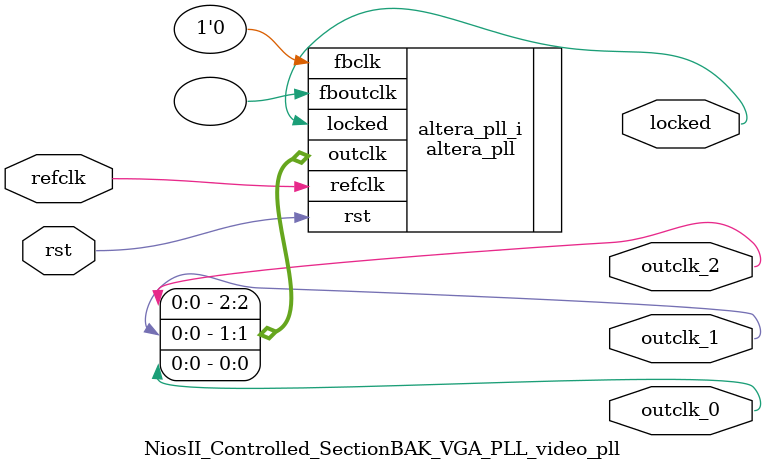
<source format=v>
`timescale 1ns/10ps
module  NiosII_Controlled_SectionBAK_VGA_PLL_video_pll(

	// interface 'refclk'
	input wire refclk,

	// interface 'reset'
	input wire rst,

	// interface 'outclk0'
	output wire outclk_0,

	// interface 'outclk1'
	output wire outclk_1,

	// interface 'outclk2'
	output wire outclk_2,

	// interface 'locked'
	output wire locked
);

	altera_pll #(
		.fractional_vco_multiplier("false"),
		.reference_clock_frequency("50.0 MHz"),
		.operation_mode("direct"),
		.number_of_clocks(3),
		.output_clock_frequency0("25.000000 MHz"),
		.phase_shift0("0 ps"),
		.duty_cycle0(50),
		.output_clock_frequency1("25.000000 MHz"),
		.phase_shift1("0 ps"),
		.duty_cycle1(50),
		.output_clock_frequency2("33.000000 MHz"),
		.phase_shift2("0 ps"),
		.duty_cycle2(50),
		.output_clock_frequency3("0 MHz"),
		.phase_shift3("0 ps"),
		.duty_cycle3(50),
		.output_clock_frequency4("0 MHz"),
		.phase_shift4("0 ps"),
		.duty_cycle4(50),
		.output_clock_frequency5("0 MHz"),
		.phase_shift5("0 ps"),
		.duty_cycle5(50),
		.output_clock_frequency6("0 MHz"),
		.phase_shift6("0 ps"),
		.duty_cycle6(50),
		.output_clock_frequency7("0 MHz"),
		.phase_shift7("0 ps"),
		.duty_cycle7(50),
		.output_clock_frequency8("0 MHz"),
		.phase_shift8("0 ps"),
		.duty_cycle8(50),
		.output_clock_frequency9("0 MHz"),
		.phase_shift9("0 ps"),
		.duty_cycle9(50),
		.output_clock_frequency10("0 MHz"),
		.phase_shift10("0 ps"),
		.duty_cycle10(50),
		.output_clock_frequency11("0 MHz"),
		.phase_shift11("0 ps"),
		.duty_cycle11(50),
		.output_clock_frequency12("0 MHz"),
		.phase_shift12("0 ps"),
		.duty_cycle12(50),
		.output_clock_frequency13("0 MHz"),
		.phase_shift13("0 ps"),
		.duty_cycle13(50),
		.output_clock_frequency14("0 MHz"),
		.phase_shift14("0 ps"),
		.duty_cycle14(50),
		.output_clock_frequency15("0 MHz"),
		.phase_shift15("0 ps"),
		.duty_cycle15(50),
		.output_clock_frequency16("0 MHz"),
		.phase_shift16("0 ps"),
		.duty_cycle16(50),
		.output_clock_frequency17("0 MHz"),
		.phase_shift17("0 ps"),
		.duty_cycle17(50),
		.pll_type("General"),
		.pll_subtype("General")
	) altera_pll_i (
		.rst	(rst),
		.outclk	({outclk_2, outclk_1, outclk_0}),
		.locked	(locked),
		.fboutclk	( ),
		.fbclk	(1'b0),
		.refclk	(refclk)
	);
endmodule


</source>
